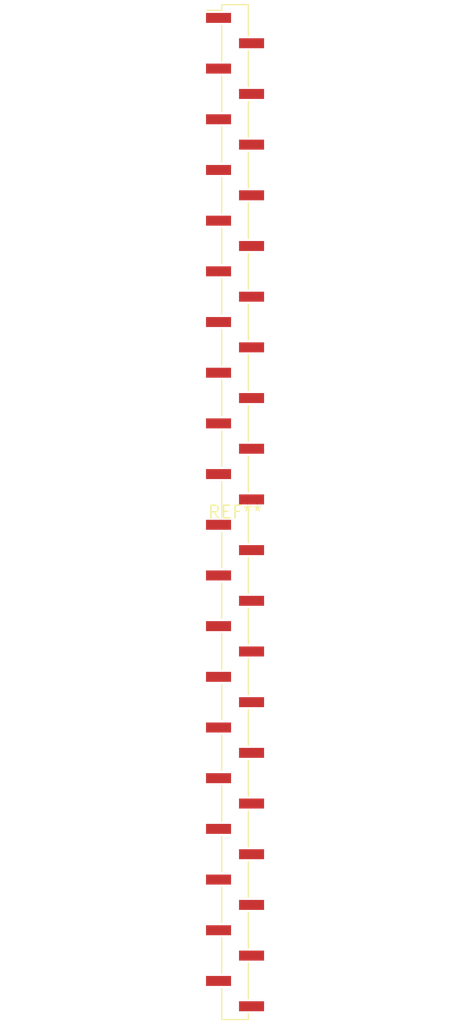
<source format=kicad_pcb>
(kicad_pcb (version 20240108) (generator pcbnew)
  (layers (0 "F.Cu" signal) (31 "B.Cu" signal) (34 "B.Paste" user) (35 "F.Paste" user) (36 "B.SilkS" user "B.Silkscreen") (37 "F.SilkS" user "F.Silkscreen") (38 "B.Mask" user) (39 "F.Mask" user) (44 "Edge.Cuts" user))
  (net 0 "")
  (footprint "PinHeader_1x40_P2.54mm_Vertical_SMD_Pin1Left" (layer "F.Cu") (at 0 0)
    (property "Reference" "REF**")
    (property "Value" "PinHeader_1x40_P2.54mm_Vertical_SMD_Pin1Left")
    (fp_line (start -1.33 -50.86) (end -1.33 -50.29) (layer "F.SilkS") (stroke (width 0.12)))
    (fp_line (start -1.33 -50.86) (end 1.33 -50.86) (layer "F.SilkS") (stroke (width 0.12)))
    (fp_line (start -1.33 -50.29) (end -2.85 -50.29) (layer "F.SilkS") (stroke (width 0.12)))
    (fp_line (start -1.33 -48.77) (end -1.33 -45.21) (layer "F.SilkS") (stroke (width 0.12)))
    (fp_line (start -1.33 -43.69) (end -1.33 -40.13) (layer "F.SilkS") (stroke (width 0.12)))
    (fp_line (start -1.33 -38.61) (end -1.33 -35.05) (layer "F.SilkS") (stroke (width 0.12)))
    (fp_line (start -1.33 -33.53) (end -1.33 -29.97) (layer "F.SilkS") (stroke (width 0.12)))
    (fp_line (start -1.33 -28.45) (end -1.33 -24.89) (layer "F.SilkS") (stroke (width 0.12)))
    (fp_line (start -1.33 -23.37) (end -1.33 -19.81) (layer "F.SilkS") (stroke (width 0.12)))
    (fp_line (start -1.33 -18.29) (end -1.33 -14.73) (layer "F.SilkS") (stroke (width 0.12)))
    (fp_line (start -1.33 -13.21) (end -1.33 -9.65) (layer "F.SilkS") (stroke (width 0.12)))
    (fp_line (start -1.33 -8.13) (end -1.33 -4.57) (layer "F.SilkS") (stroke (width 0.12)))
    (fp_line (start -1.33 -3.05) (end -1.33 0.51) (layer "F.SilkS") (stroke (width 0.12)))
    (fp_line (start -1.33 2.03) (end -1.33 5.59) (layer "F.SilkS") (stroke (width 0.12)))
    (fp_line (start -1.33 7.11) (end -1.33 10.67) (layer "F.SilkS") (stroke (width 0.12)))
    (fp_line (start -1.33 12.19) (end -1.33 15.75) (layer "F.SilkS") (stroke (width 0.12)))
    (fp_line (start -1.33 17.27) (end -1.33 20.83) (layer "F.SilkS") (stroke (width 0.12)))
    (fp_line (start -1.33 22.35) (end -1.33 25.91) (layer "F.SilkS") (stroke (width 0.12)))
    (fp_line (start -1.33 27.43) (end -1.33 30.99) (layer "F.SilkS") (stroke (width 0.12)))
    (fp_line (start -1.33 32.51) (end -1.33 36.07) (layer "F.SilkS") (stroke (width 0.12)))
    (fp_line (start -1.33 37.59) (end -1.33 41.15) (layer "F.SilkS") (stroke (width 0.12)))
    (fp_line (start -1.33 42.67) (end -1.33 46.23) (layer "F.SilkS") (stroke (width 0.12)))
    (fp_line (start -1.33 47.75) (end -1.33 50.86) (layer "F.SilkS") (stroke (width 0.12)))
    (fp_line (start -1.33 50.86) (end 1.33 50.86) (layer "F.SilkS") (stroke (width 0.12)))
    (fp_line (start 1.33 -50.86) (end 1.33 -47.75) (layer "F.SilkS") (stroke (width 0.12)))
    (fp_line (start 1.33 -46.23) (end 1.33 -42.67) (layer "F.SilkS") (stroke (width 0.12)))
    (fp_line (start 1.33 -41.15) (end 1.33 -37.59) (layer "F.SilkS") (stroke (width 0.12)))
    (fp_line (start 1.33 -36.07) (end 1.33 -32.51) (layer "F.SilkS") (stroke (width 0.12)))
    (fp_line (start 1.33 -30.99) (end 1.33 -27.43) (layer "F.SilkS") (stroke (width 0.12)))
    (fp_line (start 1.33 -25.91) (end 1.33 -22.35) (layer "F.SilkS") (stroke (width 0.12)))
    (fp_line (start 1.33 -20.83) (end 1.33 -17.27) (layer "F.SilkS") (stroke (width 0.12)))
    (fp_line (start 1.33 -15.75) (end 1.33 -12.19) (layer "F.SilkS") (stroke (width 0.12)))
    (fp_line (start 1.33 -10.67) (end 1.33 -7.11) (layer "F.SilkS") (stroke (width 0.12)))
    (fp_line (start 1.33 -5.59) (end 1.33 -2.03) (layer "F.SilkS") (stroke (width 0.12)))
    (fp_line (start 1.33 -0.51) (end 1.33 3.05) (layer "F.SilkS") (stroke (width 0.12)))
    (fp_line (start 1.33 4.57) (end 1.33 8.13) (layer "F.SilkS") (stroke (width 0.12)))
    (fp_line (start 1.33 9.65) (end 1.33 13.21) (layer "F.SilkS") (stroke (width 0.12)))
    (fp_line (start 1.33 14.73) (end 1.33 18.29) (layer "F.SilkS") (stroke (width 0.12)))
    (fp_line (start 1.33 19.81) (end 1.33 23.37) (layer "F.SilkS") (stroke (width 0.12)))
    (fp_line (start 1.33 24.89) (end 1.33 28.45) (layer "F.SilkS") (stroke (width 0.12)))
    (fp_line (start 1.33 29.97) (end 1.33 33.53) (layer "F.SilkS") (stroke (width 0.12)))
    (fp_line (start 1.33 35.05) (end 1.33 38.61) (layer "F.SilkS") (stroke (width 0.12)))
    (fp_line (start 1.33 40.13) (end 1.33 43.69) (layer "F.SilkS") (stroke (width 0.12)))
    (fp_line (start 1.33 45.21) (end 1.33 48.77) (layer "F.SilkS") (stroke (width 0.12)))
    (fp_line (start 1.33 50.29) (end 1.33 50.86) (layer "F.SilkS") (stroke (width 0.12)))
    (pad "1" smd rect (at -1.655 -49.53) (size 2.51 1) (layers "F.Cu" "F.Paste" "F.Mask"))
    (pad "2" smd rect (at 1.655 -46.99) (size 2.51 1) (layers "F.Cu" "F.Paste" "F.Mask"))
    (pad "3" smd rect (at -1.655 -44.45) (size 2.51 1) (layers "F.Cu" "F.Paste" "F.Mask"))
    (pad "4" smd rect (at 1.655 -41.91) (size 2.51 1) (layers "F.Cu" "F.Paste" "F.Mask"))
    (pad "5" smd rect (at -1.655 -39.37) (size 2.51 1) (layers "F.Cu" "F.Paste" "F.Mask"))
    (pad "6" smd rect (at 1.655 -36.83) (size 2.51 1) (layers "F.Cu" "F.Paste" "F.Mask"))
    (pad "7" smd rect (at -1.655 -34.29) (size 2.51 1) (layers "F.Cu" "F.Paste" "F.Mask"))
    (pad "8" smd rect (at 1.655 -31.75) (size 2.51 1) (layers "F.Cu" "F.Paste" "F.Mask"))
    (pad "9" smd rect (at -1.655 -29.21) (size 2.51 1) (layers "F.Cu" "F.Paste" "F.Mask"))
    (pad "10" smd rect (at 1.655 -26.67) (size 2.51 1) (layers "F.Cu" "F.Paste" "F.Mask"))
    (pad "11" smd rect (at -1.655 -24.13) (size 2.51 1) (layers "F.Cu" "F.Paste" "F.Mask"))
    (pad "12" smd rect (at 1.655 -21.59) (size 2.51 1) (layers "F.Cu" "F.Paste" "F.Mask"))
    (pad "13" smd rect (at -1.655 -19.05) (size 2.51 1) (layers "F.Cu" "F.Paste" "F.Mask"))
    (pad "14" smd rect (at 1.655 -16.51) (size 2.51 1) (layers "F.Cu" "F.Paste" "F.Mask"))
    (pad "15" smd rect (at -1.655 -13.97) (size 2.51 1) (layers "F.Cu" "F.Paste" "F.Mask"))
    (pad "16" smd rect (at 1.655 -11.43) (size 2.51 1) (layers "F.Cu" "F.Paste" "F.Mask"))
    (pad "17" smd rect (at -1.655 -8.89) (size 2.51 1) (layers "F.Cu" "F.Paste" "F.Mask"))
    (pad "18" smd rect (at 1.655 -6.35) (size 2.51 1) (layers "F.Cu" "F.Paste" "F.Mask"))
    (pad "19" smd rect (at -1.655 -3.81) (size 2.51 1) (layers "F.Cu" "F.Paste" "F.Mask"))
    (pad "20" smd rect (at 1.655 -1.27) (size 2.51 1) (layers "F.Cu" "F.Paste" "F.Mask"))
    (pad "21" smd rect (at -1.655 1.27) (size 2.51 1) (layers "F.Cu" "F.Paste" "F.Mask"))
    (pad "22" smd rect (at 1.655 3.81) (size 2.51 1) (layers "F.Cu" "F.Paste" "F.Mask"))
    (pad "23" smd rect (at -1.655 6.35) (size 2.51 1) (layers "F.Cu" "F.Paste" "F.Mask"))
    (pad "24" smd rect (at 1.655 8.89) (size 2.51 1) (layers "F.Cu" "F.Paste" "F.Mask"))
    (pad "25" smd rect (at -1.655 11.43) (size 2.51 1) (layers "F.Cu" "F.Paste" "F.Mask"))
    (pad "26" smd rect (at 1.655 13.97) (size 2.51 1) (layers "F.Cu" "F.Paste" "F.Mask"))
    (pad "27" smd rect (at -1.655 16.51) (size 2.51 1) (layers "F.Cu" "F.Paste" "F.Mask"))
    (pad "28" smd rect (at 1.655 19.05) (size 2.51 1) (layers "F.Cu" "F.Paste" "F.Mask"))
    (pad "29" smd rect (at -1.655 21.59) (size 2.51 1) (layers "F.Cu" "F.Paste" "F.Mask"))
    (pad "30" smd rect (at 1.655 24.13) (size 2.51 1) (layers "F.Cu" "F.Paste" "F.Mask"))
    (pad "31" smd rect (at -1.655 26.67) (size 2.51 1) (layers "F.Cu" "F.Paste" "F.Mask"))
    (pad "32" smd rect (at 1.655 29.21) (size 2.51 1) (layers "F.Cu" "F.Paste" "F.Mask"))
    (pad "33" smd rect (at -1.655 31.75) (size 2.51 1) (layers "F.Cu" "F.Paste" "F.Mask"))
    (pad "34" smd rect (at 1.655 34.29) (size 2.51 1) (layers "F.Cu" "F.Paste" "F.Mask"))
    (pad "35" smd rect (at -1.655 36.83) (size 2.51 1) (layers "F.Cu" "F.Paste" "F.Mask"))
    (pad "36" smd rect (at 1.655 39.37) (size 2.51 1) (layers "F.Cu" "F.Paste" "F.Mask"))
    (pad "37" smd rect (at -1.655 41.91) (size 2.51 1) (layers "F.Cu" "F.Paste" "F.Mask"))
    (pad "38" smd rect (at 1.655 44.45) (size 2.51 1) (layers "F.Cu" "F.Paste" "F.Mask"))
    (pad "39" smd rect (at -1.655 46.99) (size 2.51 1) (layers "F.Cu" "F.Paste" "F.Mask"))
    (pad "40" smd rect (at 1.655 49.53) (size 2.51 1) (layers "F.Cu" "F.Paste" "F.Mask"))
  )
)
</source>
